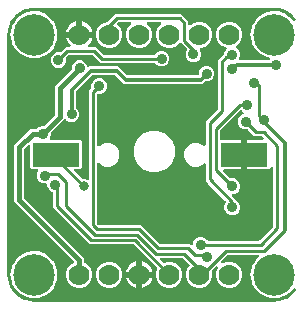
<source format=gbr>
G04 EAGLE Gerber RS-274X export*
G75*
%MOMM*%
%FSLAX34Y34*%
%LPD*%
%INBottom Copper*%
%IPPOS*%
%AMOC8*
5,1,8,0,0,1.08239X$1,22.5*%
G01*
%ADD10C,1.778000*%
%ADD11C,3.516000*%
%ADD12R,4.000000X2.000000*%
%ADD13C,0.906400*%
%ADD14C,0.254000*%
%ADD15C,0.304800*%
%ADD16C,0.889000*%
%ADD17C,0.406400*%
%ADD18C,0.806400*%

G36*
X228622Y2543D02*
X228622Y2543D01*
X228700Y2545D01*
X232077Y2810D01*
X232145Y2824D01*
X232214Y2829D01*
X232370Y2869D01*
X238794Y4956D01*
X238901Y5006D01*
X239012Y5050D01*
X239063Y5083D01*
X239082Y5091D01*
X239097Y5104D01*
X239148Y5136D01*
X244612Y9107D01*
X244699Y9188D01*
X244746Y9227D01*
X244752Y9231D01*
X244753Y9233D01*
X244791Y9264D01*
X244829Y9310D01*
X244844Y9324D01*
X244855Y9341D01*
X244893Y9387D01*
X246586Y11717D01*
X246599Y11741D01*
X246616Y11761D01*
X246675Y11879D01*
X246739Y11996D01*
X246746Y12022D01*
X246758Y12046D01*
X246785Y12175D01*
X246818Y12304D01*
X246818Y12331D01*
X246824Y12357D01*
X246818Y12489D01*
X246818Y12622D01*
X246812Y12648D01*
X246811Y12675D01*
X246772Y12801D01*
X246740Y12930D01*
X246727Y12954D01*
X246719Y12979D01*
X246650Y13092D01*
X246586Y13209D01*
X246568Y13228D01*
X246554Y13251D01*
X246460Y13344D01*
X246369Y13441D01*
X246346Y13455D01*
X246327Y13474D01*
X246213Y13540D01*
X246100Y13611D01*
X246075Y13620D01*
X246052Y13633D01*
X245924Y13669D01*
X245798Y13710D01*
X245772Y13712D01*
X245746Y13719D01*
X245613Y13722D01*
X245481Y13730D01*
X245455Y13725D01*
X245428Y13726D01*
X245298Y13696D01*
X245168Y13671D01*
X245144Y13660D01*
X245118Y13654D01*
X245001Y13592D01*
X244880Y13536D01*
X244860Y13519D01*
X244836Y13507D01*
X244710Y13407D01*
X241053Y10114D01*
X241041Y10100D01*
X241005Y10068D01*
X239710Y8773D01*
X239641Y8745D01*
X239524Y8678D01*
X239404Y8615D01*
X239377Y8594D01*
X239365Y8587D01*
X239350Y8572D01*
X239278Y8515D01*
X238666Y7965D01*
X234502Y6612D01*
X234483Y6603D01*
X234409Y6577D01*
X232501Y5787D01*
X232165Y5787D01*
X232047Y5772D01*
X231929Y5765D01*
X231870Y5750D01*
X231850Y5747D01*
X231831Y5740D01*
X231773Y5725D01*
X230704Y5378D01*
X226876Y5780D01*
X226858Y5780D01*
X226743Y5787D01*
X224699Y5787D01*
X224151Y6014D01*
X224052Y6041D01*
X223957Y6077D01*
X223865Y6092D01*
X223844Y6098D01*
X223831Y6098D01*
X223798Y6104D01*
X222379Y6253D01*
X219415Y7964D01*
X219413Y7965D01*
X219410Y7967D01*
X219266Y8038D01*
X217490Y8773D01*
X216893Y9370D01*
X216826Y9422D01*
X216765Y9483D01*
X216651Y9558D01*
X216642Y9565D01*
X216638Y9567D01*
X216631Y9572D01*
X215129Y10439D01*
X213339Y12903D01*
X213326Y12917D01*
X213316Y12933D01*
X213209Y13054D01*
X211973Y14290D01*
X211557Y15296D01*
X211522Y15356D01*
X211497Y15420D01*
X211411Y15556D01*
X210208Y17211D01*
X209647Y19849D01*
X209636Y19883D01*
X209631Y19919D01*
X209579Y20071D01*
X208987Y21499D01*
X208987Y22822D01*
X208981Y22874D01*
X208983Y22926D01*
X208960Y23086D01*
X208468Y25400D01*
X208960Y27714D01*
X208964Y27767D01*
X208977Y27817D01*
X208987Y27978D01*
X208987Y29301D01*
X209579Y30729D01*
X209588Y30763D01*
X209604Y30795D01*
X209647Y30951D01*
X210208Y33589D01*
X211411Y35244D01*
X211444Y35305D01*
X211486Y35360D01*
X211557Y35504D01*
X211973Y36510D01*
X213209Y37746D01*
X213221Y37761D01*
X213236Y37773D01*
X213339Y37897D01*
X215158Y40402D01*
X215178Y40437D01*
X215203Y40467D01*
X215254Y40576D01*
X215312Y40681D01*
X215322Y40719D01*
X215338Y40755D01*
X215361Y40872D01*
X215391Y40989D01*
X215391Y41029D01*
X215398Y41068D01*
X215391Y41187D01*
X215391Y41307D01*
X215381Y41345D01*
X215379Y41385D01*
X215342Y41499D01*
X215312Y41615D01*
X215293Y41650D01*
X215280Y41687D01*
X215216Y41789D01*
X215159Y41894D01*
X215132Y41923D01*
X215110Y41956D01*
X215023Y42038D01*
X214941Y42125D01*
X214908Y42147D01*
X214879Y42174D01*
X214774Y42232D01*
X214673Y42296D01*
X214635Y42308D01*
X214600Y42328D01*
X214484Y42357D01*
X214370Y42395D01*
X214331Y42397D01*
X214292Y42407D01*
X214132Y42417D01*
X189709Y42417D01*
X189611Y42405D01*
X189512Y42402D01*
X189453Y42385D01*
X189393Y42377D01*
X189301Y42341D01*
X189206Y42313D01*
X189154Y42283D01*
X189098Y42260D01*
X189018Y42202D01*
X188932Y42152D01*
X188857Y42086D01*
X188840Y42074D01*
X188833Y42064D01*
X188811Y42046D01*
X183896Y37130D01*
X183853Y37075D01*
X183803Y37027D01*
X183756Y36950D01*
X183701Y36879D01*
X183673Y36815D01*
X183637Y36756D01*
X183611Y36670D01*
X183575Y36587D01*
X183564Y36518D01*
X183543Y36452D01*
X183539Y36362D01*
X183525Y36273D01*
X183532Y36203D01*
X183528Y36134D01*
X183546Y36046D01*
X183555Y35957D01*
X183578Y35891D01*
X183593Y35822D01*
X183632Y35742D01*
X183662Y35657D01*
X183702Y35600D01*
X183732Y35537D01*
X183791Y35468D01*
X183841Y35394D01*
X183893Y35348D01*
X183939Y35295D01*
X184012Y35243D01*
X184079Y35184D01*
X184142Y35152D01*
X184199Y35112D01*
X184283Y35080D01*
X184363Y35039D01*
X184431Y35024D01*
X184496Y34999D01*
X184585Y34989D01*
X184673Y34969D01*
X184743Y34971D01*
X184812Y34964D01*
X184901Y34976D01*
X184991Y34979D01*
X185058Y34998D01*
X185127Y35008D01*
X185279Y35060D01*
X188327Y36323D01*
X192673Y36323D01*
X196687Y34660D01*
X199760Y31587D01*
X201423Y27573D01*
X201423Y23227D01*
X199760Y19213D01*
X196687Y16140D01*
X192673Y14477D01*
X188327Y14477D01*
X184313Y16140D01*
X181240Y19213D01*
X179577Y23227D01*
X179577Y27573D01*
X180840Y30621D01*
X180858Y30688D01*
X180886Y30752D01*
X180900Y30841D01*
X180924Y30927D01*
X180925Y30997D01*
X180936Y31066D01*
X180927Y31156D01*
X180929Y31245D01*
X180913Y31313D01*
X180906Y31383D01*
X180876Y31467D01*
X180855Y31555D01*
X180822Y31616D01*
X180798Y31682D01*
X180748Y31756D01*
X180706Y31836D01*
X180659Y31887D01*
X180620Y31945D01*
X180552Y32005D01*
X180492Y32071D01*
X180434Y32109D01*
X180381Y32156D01*
X180301Y32196D01*
X180226Y32246D01*
X180160Y32268D01*
X180098Y32300D01*
X180011Y32320D01*
X179925Y32349D01*
X179856Y32355D01*
X179788Y32370D01*
X179698Y32367D01*
X179608Y32374D01*
X179540Y32362D01*
X179470Y32360D01*
X179384Y32335D01*
X179295Y32320D01*
X179231Y32291D01*
X179164Y32272D01*
X179087Y32226D01*
X179005Y32189D01*
X178951Y32146D01*
X178890Y32110D01*
X178770Y32004D01*
X176129Y29363D01*
X176111Y29340D01*
X176089Y29321D01*
X176014Y29215D01*
X175934Y29112D01*
X175922Y29085D01*
X175905Y29061D01*
X175860Y28940D01*
X175808Y28820D01*
X175803Y28791D01*
X175793Y28763D01*
X175778Y28634D01*
X175758Y28506D01*
X175761Y28477D01*
X175757Y28447D01*
X175776Y28319D01*
X175788Y28189D01*
X175798Y28162D01*
X175802Y28132D01*
X175854Y27980D01*
X176023Y27573D01*
X176023Y23227D01*
X174360Y19213D01*
X171287Y16140D01*
X167273Y14477D01*
X162927Y14477D01*
X158913Y16140D01*
X155840Y19213D01*
X154177Y23227D01*
X154177Y27573D01*
X155840Y31587D01*
X156684Y32431D01*
X156756Y32525D01*
X156835Y32614D01*
X156854Y32650D01*
X156879Y32682D01*
X156926Y32791D01*
X156980Y32897D01*
X156989Y32937D01*
X157005Y32974D01*
X157024Y33092D01*
X157050Y33207D01*
X157048Y33248D01*
X157055Y33288D01*
X157044Y33406D01*
X157040Y33525D01*
X157029Y33564D01*
X157025Y33604D01*
X156985Y33717D01*
X156952Y33831D01*
X156931Y33866D01*
X156917Y33904D01*
X156850Y34002D01*
X156790Y34105D01*
X156750Y34150D01*
X156739Y34167D01*
X156723Y34180D01*
X156684Y34226D01*
X151404Y39506D01*
X151325Y39566D01*
X151253Y39634D01*
X151200Y39663D01*
X151152Y39700D01*
X151061Y39740D01*
X150975Y39788D01*
X150916Y39803D01*
X150861Y39827D01*
X150763Y39842D01*
X150667Y39867D01*
X150567Y39873D01*
X150546Y39877D01*
X150534Y39875D01*
X150506Y39877D01*
X132958Y39877D01*
X132820Y39860D01*
X132681Y39847D01*
X132662Y39840D01*
X132642Y39837D01*
X132513Y39786D01*
X132382Y39739D01*
X132365Y39728D01*
X132347Y39720D01*
X132234Y39639D01*
X132119Y39561D01*
X132106Y39545D01*
X132089Y39534D01*
X132000Y39426D01*
X131908Y39322D01*
X131899Y39304D01*
X131886Y39289D01*
X131827Y39163D01*
X131764Y39039D01*
X131759Y39019D01*
X131751Y39001D01*
X131725Y38864D01*
X131694Y38729D01*
X131695Y38708D01*
X131691Y38689D01*
X131700Y38550D01*
X131704Y38411D01*
X131710Y38391D01*
X131711Y38371D01*
X131754Y38239D01*
X131792Y38105D01*
X131803Y38088D01*
X131809Y38069D01*
X131883Y37951D01*
X131954Y37831D01*
X131972Y37810D01*
X131979Y37800D01*
X131994Y37786D01*
X132060Y37711D01*
X134043Y35728D01*
X134067Y35709D01*
X134086Y35687D01*
X134192Y35612D01*
X134294Y35533D01*
X134322Y35521D01*
X134346Y35504D01*
X134467Y35458D01*
X134586Y35406D01*
X134615Y35402D01*
X134643Y35391D01*
X134772Y35377D01*
X134900Y35356D01*
X134930Y35359D01*
X134959Y35356D01*
X135088Y35374D01*
X135217Y35386D01*
X135245Y35396D01*
X135274Y35400D01*
X135426Y35452D01*
X137527Y36323D01*
X141873Y36323D01*
X145887Y34660D01*
X148960Y31587D01*
X150623Y27573D01*
X150623Y23227D01*
X148960Y19213D01*
X145887Y16140D01*
X141873Y14477D01*
X137527Y14477D01*
X133513Y16140D01*
X130440Y19213D01*
X128777Y23227D01*
X128777Y27573D01*
X129648Y29674D01*
X129655Y29702D01*
X129669Y29728D01*
X129697Y29855D01*
X129731Y29980D01*
X129732Y30010D01*
X129738Y30039D01*
X129734Y30168D01*
X129737Y30298D01*
X129730Y30327D01*
X129729Y30357D01*
X129693Y30481D01*
X129662Y30608D01*
X129649Y30634D01*
X129640Y30662D01*
X129574Y30774D01*
X129514Y30889D01*
X129494Y30911D01*
X129479Y30936D01*
X129372Y31057D01*
X109494Y50936D01*
X109415Y50996D01*
X109343Y51064D01*
X109290Y51093D01*
X109242Y51130D01*
X109151Y51170D01*
X109065Y51218D01*
X109006Y51233D01*
X108951Y51257D01*
X108853Y51272D01*
X108757Y51297D01*
X108657Y51303D01*
X108636Y51307D01*
X108624Y51305D01*
X108596Y51307D01*
X72292Y51307D01*
X41147Y82452D01*
X41147Y94488D01*
X41144Y94518D01*
X41146Y94547D01*
X41124Y94675D01*
X41107Y94804D01*
X41097Y94831D01*
X41092Y94860D01*
X41038Y94979D01*
X40990Y95100D01*
X40973Y95123D01*
X40961Y95150D01*
X40880Y95252D01*
X40804Y95357D01*
X40781Y95376D01*
X40762Y95399D01*
X40659Y95477D01*
X40559Y95560D01*
X40532Y95572D01*
X40508Y95590D01*
X40364Y95661D01*
X39461Y96035D01*
X37615Y97881D01*
X36615Y100294D01*
X36615Y101386D01*
X36600Y101504D01*
X36593Y101623D01*
X36580Y101661D01*
X36575Y101702D01*
X36532Y101812D01*
X36495Y101925D01*
X36473Y101960D01*
X36458Y101997D01*
X36389Y102093D01*
X36325Y102194D01*
X36295Y102222D01*
X36272Y102255D01*
X36180Y102331D01*
X36093Y102412D01*
X36058Y102432D01*
X36027Y102457D01*
X35919Y102508D01*
X35815Y102566D01*
X35775Y102576D01*
X35739Y102593D01*
X35622Y102615D01*
X35507Y102645D01*
X35447Y102649D01*
X35427Y102653D01*
X35406Y102651D01*
X35346Y102655D01*
X32984Y102655D01*
X30571Y103655D01*
X28725Y105501D01*
X27725Y107914D01*
X27725Y110526D01*
X28754Y113010D01*
X28760Y113017D01*
X28769Y113036D01*
X28781Y113051D01*
X28837Y113180D01*
X28896Y113305D01*
X28900Y113325D01*
X28908Y113343D01*
X28930Y113481D01*
X28956Y113618D01*
X28955Y113637D01*
X28958Y113657D01*
X28945Y113796D01*
X28936Y113935D01*
X28930Y113954D01*
X28928Y113974D01*
X28881Y114105D01*
X28838Y114237D01*
X28827Y114254D01*
X28821Y114273D01*
X28742Y114388D01*
X28668Y114506D01*
X28653Y114520D01*
X28642Y114536D01*
X28538Y114629D01*
X28436Y114724D01*
X28419Y114734D01*
X28404Y114747D01*
X28280Y114810D01*
X28158Y114878D01*
X28138Y114883D01*
X28121Y114892D01*
X27984Y114922D01*
X27850Y114957D01*
X27822Y114959D01*
X27810Y114961D01*
X27790Y114961D01*
X27689Y114967D01*
X23258Y114967D01*
X22067Y116158D01*
X22067Y133905D01*
X22050Y134042D01*
X22037Y134181D01*
X22030Y134200D01*
X22027Y134220D01*
X21976Y134349D01*
X21929Y134480D01*
X21918Y134497D01*
X21910Y134516D01*
X21829Y134628D01*
X21751Y134743D01*
X21735Y134757D01*
X21724Y134773D01*
X21616Y134862D01*
X21512Y134954D01*
X21494Y134963D01*
X21479Y134976D01*
X21353Y135035D01*
X21229Y135098D01*
X21209Y135103D01*
X21191Y135112D01*
X21055Y135138D01*
X20919Y135168D01*
X20898Y135168D01*
X20879Y135171D01*
X20740Y135163D01*
X20601Y135158D01*
X20581Y135153D01*
X20561Y135152D01*
X20429Y135109D01*
X20295Y135070D01*
X20278Y135060D01*
X20259Y135054D01*
X20141Y134979D01*
X20021Y134909D01*
X20000Y134890D01*
X19990Y134883D01*
X19976Y134868D01*
X19901Y134802D01*
X17136Y132038D01*
X17076Y131960D01*
X17008Y131888D01*
X16979Y131835D01*
X16942Y131787D01*
X16902Y131696D01*
X16854Y131609D01*
X16839Y131551D01*
X16815Y131495D01*
X16800Y131397D01*
X16775Y131301D01*
X16769Y131201D01*
X16765Y131181D01*
X16767Y131169D01*
X16765Y131141D01*
X16765Y91109D01*
X16777Y91011D01*
X16780Y90912D01*
X16797Y90854D01*
X16805Y90794D01*
X16841Y90702D01*
X16869Y90607D01*
X16899Y90554D01*
X16922Y90498D01*
X16980Y90418D01*
X17030Y90333D01*
X17096Y90257D01*
X17108Y90241D01*
X17118Y90233D01*
X17136Y90212D01*
X67565Y39784D01*
X67565Y36387D01*
X67568Y36358D01*
X67566Y36328D01*
X67588Y36200D01*
X67605Y36072D01*
X67615Y36044D01*
X67620Y36015D01*
X67674Y35896D01*
X67722Y35776D01*
X67739Y35752D01*
X67751Y35725D01*
X67832Y35624D01*
X67908Y35519D01*
X67931Y35500D01*
X67950Y35477D01*
X68053Y35399D01*
X68153Y35316D01*
X68180Y35303D01*
X68204Y35285D01*
X68348Y35214D01*
X69687Y34660D01*
X72760Y31587D01*
X74423Y27573D01*
X74423Y23227D01*
X72760Y19213D01*
X69687Y16140D01*
X65673Y14477D01*
X61327Y14477D01*
X57313Y16140D01*
X54240Y19213D01*
X52577Y23227D01*
X52577Y27573D01*
X54240Y31587D01*
X57313Y34660D01*
X58301Y35069D01*
X58344Y35094D01*
X58391Y35110D01*
X58481Y35172D01*
X58577Y35227D01*
X58613Y35261D01*
X58654Y35289D01*
X58726Y35371D01*
X58805Y35448D01*
X58831Y35490D01*
X58864Y35527D01*
X58914Y35625D01*
X58972Y35719D01*
X58986Y35766D01*
X59009Y35811D01*
X59033Y35918D01*
X59065Y36023D01*
X59068Y36073D01*
X59078Y36121D01*
X59075Y36231D01*
X59080Y36341D01*
X59070Y36389D01*
X59069Y36439D01*
X59038Y36544D01*
X59016Y36652D01*
X58994Y36697D01*
X58980Y36744D01*
X58925Y36839D01*
X58876Y36938D01*
X58844Y36976D01*
X58819Y37018D01*
X58712Y37139D01*
X11388Y84464D01*
X8635Y87216D01*
X8635Y135034D01*
X22446Y148845D01*
X27275Y148845D01*
X27373Y148857D01*
X27472Y148860D01*
X27530Y148877D01*
X27591Y148885D01*
X27683Y148921D01*
X27778Y148949D01*
X27830Y148979D01*
X27886Y149002D01*
X27966Y149060D01*
X28052Y149110D01*
X28127Y149176D01*
X28144Y149188D01*
X28151Y149198D01*
X28173Y149216D01*
X29301Y150345D01*
X31714Y151345D01*
X33311Y151345D01*
X33409Y151357D01*
X33508Y151360D01*
X33566Y151377D01*
X33626Y151385D01*
X33718Y151421D01*
X33813Y151449D01*
X33865Y151479D01*
X33922Y151502D01*
X34002Y151560D01*
X34087Y151610D01*
X34163Y151676D01*
X34179Y151688D01*
X34187Y151698D01*
X34208Y151716D01*
X42554Y160062D01*
X42614Y160140D01*
X42682Y160212D01*
X42711Y160265D01*
X42748Y160313D01*
X42788Y160404D01*
X42836Y160491D01*
X42851Y160549D01*
X42875Y160605D01*
X42890Y160703D01*
X42915Y160799D01*
X42921Y160899D01*
X42925Y160919D01*
X42923Y160931D01*
X42925Y160959D01*
X42925Y185038D01*
X45678Y187790D01*
X45678Y187791D01*
X57048Y199161D01*
X57109Y199239D01*
X57177Y199311D01*
X57206Y199364D01*
X57243Y199412D01*
X57283Y199503D01*
X57331Y199590D01*
X57346Y199648D01*
X57370Y199704D01*
X57385Y199802D01*
X57410Y199898D01*
X57416Y199998D01*
X57420Y200018D01*
X57418Y200030D01*
X57420Y200058D01*
X57420Y201551D01*
X58406Y203931D01*
X60229Y205754D01*
X62609Y206740D01*
X65187Y206740D01*
X67567Y205754D01*
X69390Y203931D01*
X70142Y202114D01*
X70167Y202071D01*
X70184Y202024D01*
X70245Y201933D01*
X70300Y201838D01*
X70334Y201802D01*
X70362Y201761D01*
X70445Y201688D01*
X70521Y201609D01*
X70563Y201583D01*
X70601Y201551D01*
X70699Y201501D01*
X70792Y201443D01*
X70840Y201429D01*
X70884Y201406D01*
X70991Y201382D01*
X71096Y201350D01*
X71146Y201347D01*
X71194Y201336D01*
X71304Y201340D01*
X71414Y201334D01*
X71462Y201345D01*
X71512Y201346D01*
X71618Y201377D01*
X71725Y201399D01*
X71770Y201421D01*
X71818Y201434D01*
X71912Y201490D01*
X72011Y201538D01*
X72049Y201571D01*
X72092Y201596D01*
X72183Y201677D01*
X96723Y201677D01*
X103971Y194428D01*
X104050Y194368D01*
X104122Y194300D01*
X104175Y194271D01*
X104223Y194234D01*
X104314Y194194D01*
X104400Y194146D01*
X104459Y194131D01*
X104515Y194107D01*
X104613Y194092D01*
X104708Y194067D01*
X104808Y194061D01*
X104829Y194057D01*
X104841Y194059D01*
X104869Y194057D01*
X163616Y194057D01*
X163734Y194072D01*
X163853Y194079D01*
X163891Y194092D01*
X163932Y194097D01*
X164042Y194140D01*
X164155Y194177D01*
X164190Y194199D01*
X164227Y194214D01*
X164323Y194283D01*
X164424Y194347D01*
X164452Y194377D01*
X164485Y194400D01*
X164561Y194492D01*
X164642Y194579D01*
X164662Y194614D01*
X164687Y194645D01*
X164738Y194753D01*
X164796Y194857D01*
X164806Y194897D01*
X164823Y194933D01*
X164845Y195050D01*
X164875Y195165D01*
X164879Y195225D01*
X164883Y195245D01*
X164881Y195266D01*
X164885Y195326D01*
X164885Y196886D01*
X165885Y199299D01*
X167731Y201145D01*
X170144Y202145D01*
X172756Y202145D01*
X175169Y201145D01*
X177015Y199299D01*
X178015Y196886D01*
X178015Y194274D01*
X177015Y191861D01*
X175169Y190015D01*
X172756Y189015D01*
X170441Y189015D01*
X170343Y189003D01*
X170244Y189000D01*
X170186Y188983D01*
X170125Y188975D01*
X170033Y188939D01*
X169938Y188911D01*
X169886Y188881D01*
X169830Y188858D01*
X169750Y188800D01*
X169664Y188750D01*
X169589Y188684D01*
X169572Y188672D01*
X169565Y188662D01*
X169543Y188644D01*
X167843Y186943D01*
X101397Y186943D01*
X94149Y194192D01*
X94070Y194252D01*
X93998Y194320D01*
X93945Y194349D01*
X93897Y194386D01*
X93806Y194426D01*
X93720Y194474D01*
X93661Y194489D01*
X93605Y194513D01*
X93507Y194528D01*
X93412Y194553D01*
X93312Y194559D01*
X93291Y194563D01*
X93279Y194561D01*
X93251Y194563D01*
X75659Y194563D01*
X75561Y194551D01*
X75462Y194548D01*
X75404Y194531D01*
X75343Y194523D01*
X75251Y194487D01*
X75156Y194459D01*
X75104Y194429D01*
X75048Y194406D01*
X74968Y194348D01*
X74882Y194298D01*
X74807Y194232D01*
X74790Y194220D01*
X74783Y194210D01*
X74761Y194192D01*
X61078Y180509D01*
X61018Y180430D01*
X60950Y180358D01*
X60921Y180305D01*
X60884Y180257D01*
X60844Y180166D01*
X60796Y180080D01*
X60781Y180021D01*
X60757Y179965D01*
X60742Y179867D01*
X60717Y179772D01*
X60711Y179672D01*
X60707Y179651D01*
X60709Y179639D01*
X60707Y179611D01*
X60707Y167420D01*
X60719Y167322D01*
X60722Y167223D01*
X60739Y167164D01*
X60747Y167104D01*
X60783Y167012D01*
X60811Y166917D01*
X60841Y166865D01*
X60864Y166809D01*
X60922Y166729D01*
X60972Y166643D01*
X61038Y166568D01*
X61050Y166551D01*
X61060Y166544D01*
X61078Y166522D01*
X62642Y164959D01*
X63628Y162579D01*
X63628Y160001D01*
X62642Y157621D01*
X60819Y155798D01*
X58439Y154812D01*
X55861Y154812D01*
X53481Y155798D01*
X52531Y156748D01*
X52437Y156821D01*
X52348Y156900D01*
X52312Y156918D01*
X52280Y156943D01*
X52171Y156990D01*
X52065Y157044D01*
X52025Y157053D01*
X51988Y157069D01*
X51870Y157088D01*
X51754Y157114D01*
X51714Y157113D01*
X51674Y157119D01*
X51555Y157108D01*
X51437Y157104D01*
X51398Y157093D01*
X51357Y157089D01*
X51245Y157049D01*
X51131Y157016D01*
X51096Y156995D01*
X51058Y156982D01*
X50960Y156915D01*
X50857Y156854D01*
X50812Y156814D01*
X50795Y156803D01*
X50782Y156788D01*
X50736Y156748D01*
X39956Y145968D01*
X39896Y145890D01*
X39828Y145818D01*
X39799Y145765D01*
X39762Y145717D01*
X39722Y145626D01*
X39674Y145539D01*
X39659Y145481D01*
X39635Y145425D01*
X39620Y145327D01*
X39595Y145231D01*
X39589Y145131D01*
X39585Y145111D01*
X39587Y145099D01*
X39585Y145071D01*
X39585Y143474D01*
X38556Y140990D01*
X38550Y140983D01*
X38541Y140964D01*
X38529Y140949D01*
X38473Y140820D01*
X38414Y140695D01*
X38410Y140675D01*
X38402Y140657D01*
X38380Y140519D01*
X38354Y140382D01*
X38355Y140363D01*
X38352Y140343D01*
X38365Y140203D01*
X38374Y140065D01*
X38380Y140046D01*
X38382Y140026D01*
X38429Y139895D01*
X38472Y139763D01*
X38483Y139746D01*
X38489Y139727D01*
X38568Y139612D01*
X38642Y139494D01*
X38657Y139480D01*
X38668Y139464D01*
X38772Y139371D01*
X38874Y139276D01*
X38891Y139266D01*
X38906Y139253D01*
X39030Y139190D01*
X39152Y139122D01*
X39172Y139117D01*
X39189Y139108D01*
X39326Y139078D01*
X39460Y139043D01*
X39488Y139041D01*
X39500Y139039D01*
X39520Y139039D01*
X39621Y139033D01*
X64942Y139033D01*
X66133Y137842D01*
X66133Y116158D01*
X64942Y114967D01*
X60408Y114967D01*
X60270Y114950D01*
X60131Y114937D01*
X60112Y114930D01*
X60092Y114927D01*
X59963Y114876D01*
X59832Y114829D01*
X59815Y114818D01*
X59797Y114810D01*
X59684Y114729D01*
X59569Y114651D01*
X59556Y114635D01*
X59539Y114624D01*
X59450Y114516D01*
X59358Y114412D01*
X59349Y114394D01*
X59336Y114379D01*
X59277Y114253D01*
X59214Y114129D01*
X59209Y114109D01*
X59201Y114091D01*
X59175Y113955D01*
X59144Y113819D01*
X59145Y113798D01*
X59141Y113779D01*
X59150Y113640D01*
X59154Y113501D01*
X59160Y113481D01*
X59161Y113461D01*
X59204Y113329D01*
X59242Y113195D01*
X59253Y113178D01*
X59259Y113159D01*
X59333Y113041D01*
X59404Y112921D01*
X59422Y112900D01*
X59429Y112890D01*
X59444Y112876D01*
X59510Y112801D01*
X65544Y106766D01*
X65623Y106706D01*
X65695Y106638D01*
X65748Y106609D01*
X65796Y106572D01*
X65887Y106532D01*
X65973Y106484D01*
X66032Y106469D01*
X66087Y106445D01*
X66185Y106430D01*
X66281Y106405D01*
X66381Y106399D01*
X66402Y106395D01*
X66414Y106397D01*
X66442Y106395D01*
X68516Y106395D01*
X70174Y105708D01*
X70222Y105695D01*
X70267Y105674D01*
X70375Y105653D01*
X70481Y105624D01*
X70531Y105623D01*
X70579Y105614D01*
X70689Y105621D01*
X70799Y105619D01*
X70847Y105631D01*
X70897Y105634D01*
X71001Y105668D01*
X71108Y105693D01*
X71152Y105716D01*
X71199Y105732D01*
X71292Y105791D01*
X71389Y105842D01*
X71426Y105875D01*
X71468Y105902D01*
X71543Y105982D01*
X71624Y106056D01*
X71652Y106097D01*
X71686Y106134D01*
X71739Y106230D01*
X71799Y106322D01*
X71815Y106369D01*
X71839Y106412D01*
X71867Y106518D01*
X71902Y106622D01*
X71906Y106672D01*
X71919Y106720D01*
X71929Y106881D01*
X71929Y181406D01*
X73375Y182853D01*
X73436Y182931D01*
X73504Y183003D01*
X73533Y183056D01*
X73570Y183104D01*
X73610Y183195D01*
X73657Y183281D01*
X73672Y183340D01*
X73697Y183396D01*
X73712Y183494D01*
X73737Y183589D01*
X73743Y183689D01*
X73746Y183710D01*
X73745Y183722D01*
X73747Y183750D01*
X73747Y186424D01*
X74746Y188837D01*
X76593Y190684D01*
X79006Y191683D01*
X81618Y191683D01*
X84030Y190684D01*
X85877Y188837D01*
X86877Y186424D01*
X86877Y183812D01*
X85877Y181400D01*
X84030Y179553D01*
X81618Y178553D01*
X79804Y178553D01*
X79686Y178539D01*
X79567Y178531D01*
X79528Y178519D01*
X79488Y178514D01*
X79377Y178470D01*
X79264Y178433D01*
X79230Y178411D01*
X79193Y178397D01*
X79096Y178327D01*
X78996Y178263D01*
X78968Y178234D01*
X78935Y178210D01*
X78859Y178118D01*
X78778Y178031D01*
X78758Y177996D01*
X78732Y177965D01*
X78682Y177857D01*
X78624Y177753D01*
X78614Y177714D01*
X78597Y177677D01*
X78575Y177560D01*
X78545Y177445D01*
X78541Y177385D01*
X78537Y177365D01*
X78538Y177344D01*
X78535Y177284D01*
X78535Y135298D01*
X78552Y135160D01*
X78565Y135022D01*
X78572Y135003D01*
X78574Y134983D01*
X78625Y134854D01*
X78673Y134723D01*
X78684Y134706D01*
X78691Y134687D01*
X78773Y134575D01*
X78851Y134460D01*
X78866Y134446D01*
X78878Y134430D01*
X78986Y134341D01*
X79090Y134249D01*
X79108Y134240D01*
X79123Y134227D01*
X79249Y134168D01*
X79373Y134105D01*
X79393Y134100D01*
X79411Y134092D01*
X79547Y134065D01*
X79683Y134035D01*
X79703Y134036D01*
X79723Y134032D01*
X79862Y134040D01*
X80001Y134045D01*
X80021Y134050D01*
X80041Y134052D01*
X80173Y134094D01*
X80307Y134133D01*
X80324Y134143D01*
X80343Y134150D01*
X80461Y134224D01*
X80580Y134295D01*
X80601Y134313D01*
X80612Y134320D01*
X80626Y134335D01*
X80701Y134401D01*
X81812Y135512D01*
X85503Y137041D01*
X89497Y137041D01*
X93188Y135512D01*
X96012Y132688D01*
X97541Y128997D01*
X97541Y125003D01*
X96012Y121312D01*
X93188Y118488D01*
X89497Y116959D01*
X85503Y116959D01*
X81812Y118488D01*
X80701Y119599D01*
X80592Y119684D01*
X80484Y119773D01*
X80466Y119782D01*
X80450Y119794D01*
X80322Y119849D01*
X80197Y119908D01*
X80177Y119912D01*
X80158Y119920D01*
X80020Y119942D01*
X79884Y119968D01*
X79864Y119967D01*
X79844Y119970D01*
X79705Y119957D01*
X79567Y119948D01*
X79548Y119942D01*
X79527Y119940D01*
X79396Y119893D01*
X79264Y119850D01*
X79247Y119840D01*
X79228Y119833D01*
X79113Y119755D01*
X78996Y119680D01*
X78982Y119665D01*
X78965Y119654D01*
X78873Y119550D01*
X78778Y119449D01*
X78768Y119431D01*
X78755Y119416D01*
X78691Y119292D01*
X78624Y119170D01*
X78619Y119151D01*
X78610Y119132D01*
X78579Y118997D01*
X78545Y118862D01*
X78543Y118834D01*
X78540Y118822D01*
X78541Y118802D01*
X78535Y118702D01*
X78535Y69018D01*
X78547Y68920D01*
X78550Y68821D01*
X78567Y68762D01*
X78574Y68702D01*
X78611Y68610D01*
X78638Y68515D01*
X78669Y68463D01*
X78691Y68407D01*
X78750Y68327D01*
X78800Y68241D01*
X78866Y68166D01*
X78878Y68149D01*
X78888Y68141D01*
X78906Y68120D01*
X79598Y67428D01*
X79676Y67368D01*
X79748Y67300D01*
X79801Y67271D01*
X79849Y67234D01*
X79940Y67194D01*
X80027Y67146D01*
X80086Y67131D01*
X80141Y67107D01*
X80239Y67092D01*
X80335Y67067D01*
X80435Y67061D01*
X80455Y67057D01*
X80468Y67059D01*
X80496Y67057D01*
X115646Y67057D01*
X131276Y51426D01*
X131354Y51366D01*
X131426Y51298D01*
X131479Y51269D01*
X131527Y51232D01*
X131618Y51192D01*
X131705Y51144D01*
X131763Y51129D01*
X131819Y51105D01*
X131917Y51090D01*
X132013Y51065D01*
X132113Y51059D01*
X132133Y51055D01*
X132145Y51057D01*
X132173Y51055D01*
X157290Y51055D01*
X157639Y50706D01*
X157748Y50621D01*
X157855Y50532D01*
X157874Y50524D01*
X157890Y50511D01*
X158018Y50456D01*
X158143Y50397D01*
X158163Y50393D01*
X158182Y50385D01*
X158320Y50363D01*
X158456Y50337D01*
X158476Y50338D01*
X158496Y50335D01*
X158635Y50348D01*
X158773Y50357D01*
X158792Y50363D01*
X158812Y50365D01*
X158943Y50412D01*
X159075Y50455D01*
X159093Y50466D01*
X159112Y50473D01*
X159226Y50551D01*
X159344Y50625D01*
X159358Y50640D01*
X159375Y50651D01*
X159467Y50755D01*
X159562Y50857D01*
X159572Y50874D01*
X159585Y50890D01*
X159648Y51013D01*
X159716Y51135D01*
X159721Y51155D01*
X159730Y51173D01*
X159760Y51309D01*
X159795Y51443D01*
X159797Y51471D01*
X159800Y51483D01*
X159799Y51504D01*
X159805Y51604D01*
X159805Y52106D01*
X160805Y54519D01*
X162651Y56365D01*
X165064Y57365D01*
X167676Y57365D01*
X170089Y56365D01*
X171979Y54474D01*
X172058Y54414D01*
X172130Y54346D01*
X172183Y54317D01*
X172231Y54280D01*
X172322Y54240D01*
X172408Y54192D01*
X172467Y54177D01*
X172523Y54153D01*
X172621Y54138D01*
X172716Y54113D01*
X172816Y54107D01*
X172837Y54103D01*
X172849Y54105D01*
X172877Y54103D01*
X215276Y54103D01*
X215374Y54115D01*
X215473Y54118D01*
X215532Y54135D01*
X215592Y54143D01*
X215684Y54179D01*
X215779Y54207D01*
X215831Y54237D01*
X215887Y54260D01*
X215968Y54318D01*
X216053Y54368D01*
X216128Y54434D01*
X216145Y54446D01*
X216153Y54456D01*
X216174Y54474D01*
X227466Y65766D01*
X227526Y65845D01*
X227594Y65917D01*
X227623Y65970D01*
X227660Y66018D01*
X227700Y66109D01*
X227748Y66195D01*
X227763Y66254D01*
X227787Y66309D01*
X227802Y66407D01*
X227827Y66503D01*
X227833Y66603D01*
X227837Y66624D01*
X227835Y66636D01*
X227837Y66664D01*
X227837Y115595D01*
X227818Y115746D01*
X227801Y115898D01*
X227798Y115905D01*
X227797Y115911D01*
X227742Y116052D01*
X227687Y116195D01*
X227683Y116201D01*
X227680Y116207D01*
X227591Y116330D01*
X227502Y116455D01*
X227497Y116459D01*
X227494Y116464D01*
X227376Y116562D01*
X227260Y116660D01*
X227254Y116663D01*
X227249Y116667D01*
X227111Y116732D01*
X226973Y116798D01*
X226967Y116800D01*
X226961Y116802D01*
X226812Y116831D01*
X226662Y116861D01*
X226655Y116861D01*
X226649Y116862D01*
X226498Y116853D01*
X226344Y116845D01*
X226338Y116843D01*
X226331Y116842D01*
X226186Y116795D01*
X226040Y116750D01*
X226035Y116746D01*
X226029Y116744D01*
X225900Y116663D01*
X225770Y116582D01*
X225765Y116578D01*
X225760Y116574D01*
X225656Y116463D01*
X225550Y116353D01*
X225546Y116347D01*
X225542Y116343D01*
X225468Y116208D01*
X225393Y116076D01*
X225391Y116068D01*
X225388Y116064D01*
X225386Y116054D01*
X225383Y116047D01*
X225033Y115440D01*
X224560Y114967D01*
X223981Y114632D01*
X223334Y114459D01*
X205539Y114459D01*
X205539Y125730D01*
X205524Y125848D01*
X205517Y125967D01*
X205504Y126005D01*
X205499Y126045D01*
X205455Y126156D01*
X205419Y126269D01*
X205397Y126304D01*
X205382Y126341D01*
X205312Y126437D01*
X205249Y126538D01*
X205219Y126566D01*
X205195Y126598D01*
X205104Y126674D01*
X205017Y126756D01*
X204982Y126775D01*
X204950Y126801D01*
X204843Y126852D01*
X204739Y126909D01*
X204699Y126920D01*
X204663Y126937D01*
X204546Y126959D01*
X204431Y126989D01*
X204370Y126993D01*
X204350Y126997D01*
X204330Y126995D01*
X204270Y126999D01*
X201730Y126999D01*
X201612Y126984D01*
X201493Y126977D01*
X201455Y126964D01*
X201415Y126959D01*
X201304Y126915D01*
X201191Y126879D01*
X201156Y126857D01*
X201119Y126842D01*
X201023Y126772D01*
X200922Y126709D01*
X200894Y126679D01*
X200861Y126655D01*
X200786Y126564D01*
X200704Y126477D01*
X200684Y126442D01*
X200659Y126410D01*
X200608Y126303D01*
X200550Y126199D01*
X200540Y126159D01*
X200523Y126123D01*
X200501Y126006D01*
X200471Y125891D01*
X200467Y125830D01*
X200463Y125810D01*
X200465Y125790D01*
X200461Y125730D01*
X200461Y114459D01*
X186646Y114459D01*
X186508Y114442D01*
X186369Y114429D01*
X186350Y114422D01*
X186330Y114419D01*
X186201Y114368D01*
X186070Y114321D01*
X186053Y114310D01*
X186035Y114302D01*
X185922Y114221D01*
X185807Y114143D01*
X185794Y114127D01*
X185777Y114116D01*
X185688Y114008D01*
X185596Y113904D01*
X185587Y113886D01*
X185574Y113871D01*
X185515Y113745D01*
X185452Y113621D01*
X185447Y113601D01*
X185439Y113583D01*
X185413Y113447D01*
X185382Y113311D01*
X185383Y113290D01*
X185379Y113271D01*
X185388Y113132D01*
X185392Y112993D01*
X185398Y112973D01*
X185399Y112953D01*
X185442Y112821D01*
X185480Y112687D01*
X185491Y112670D01*
X185497Y112651D01*
X185572Y112533D01*
X185642Y112413D01*
X185660Y112392D01*
X185667Y112382D01*
X185682Y112368D01*
X185748Y112293D01*
X190774Y107266D01*
X190853Y107206D01*
X190925Y107138D01*
X190978Y107109D01*
X191026Y107072D01*
X191117Y107032D01*
X191203Y106984D01*
X191262Y106969D01*
X191317Y106945D01*
X191415Y106930D01*
X191511Y106905D01*
X191611Y106899D01*
X191632Y106895D01*
X191644Y106897D01*
X191672Y106895D01*
X194346Y106895D01*
X196759Y105895D01*
X198605Y104049D01*
X199605Y101636D01*
X199605Y99024D01*
X198605Y96611D01*
X196759Y94765D01*
X194346Y93765D01*
X193844Y93765D01*
X193706Y93748D01*
X193567Y93735D01*
X193548Y93728D01*
X193528Y93725D01*
X193399Y93674D01*
X193268Y93627D01*
X193251Y93616D01*
X193233Y93608D01*
X193120Y93527D01*
X193005Y93449D01*
X192992Y93433D01*
X192975Y93422D01*
X192886Y93314D01*
X192795Y93210D01*
X192785Y93192D01*
X192772Y93177D01*
X192713Y93051D01*
X192650Y92927D01*
X192645Y92907D01*
X192637Y92889D01*
X192611Y92753D01*
X192580Y92617D01*
X192581Y92596D01*
X192577Y92577D01*
X192586Y92438D01*
X192590Y92299D01*
X192596Y92279D01*
X192597Y92259D01*
X192640Y92127D01*
X192678Y91993D01*
X192689Y91976D01*
X192695Y91957D01*
X192769Y91839D01*
X192840Y91719D01*
X192859Y91698D01*
X192865Y91688D01*
X192880Y91674D01*
X192946Y91599D01*
X196018Y88527D01*
X196026Y88521D01*
X196031Y88514D01*
X196150Y88424D01*
X196270Y88332D01*
X196278Y88328D01*
X196286Y88322D01*
X196430Y88251D01*
X196759Y88115D01*
X198605Y86269D01*
X199605Y83856D01*
X199605Y81244D01*
X198605Y78831D01*
X196759Y76985D01*
X194346Y75985D01*
X191734Y75985D01*
X189321Y76985D01*
X187475Y78831D01*
X186475Y81244D01*
X186475Y83856D01*
X187571Y86502D01*
X187573Y86507D01*
X187604Y86568D01*
X187612Y86606D01*
X187628Y86643D01*
X187647Y86761D01*
X187673Y86878D01*
X187672Y86917D01*
X187678Y86957D01*
X187667Y87076D01*
X187664Y87196D01*
X187653Y87234D01*
X187649Y87273D01*
X187608Y87386D01*
X187575Y87501D01*
X187555Y87535D01*
X187542Y87573D01*
X187475Y87672D01*
X187414Y87775D01*
X187375Y87819D01*
X187364Y87836D01*
X187348Y87850D01*
X187307Y87896D01*
X172867Y102337D01*
X170560Y104643D01*
X170560Y118296D01*
X170543Y118434D01*
X170530Y118573D01*
X170523Y118592D01*
X170520Y118612D01*
X170469Y118741D01*
X170422Y118872D01*
X170411Y118889D01*
X170403Y118908D01*
X170322Y119020D01*
X170244Y119135D01*
X170228Y119148D01*
X170217Y119165D01*
X170109Y119254D01*
X170005Y119346D01*
X169987Y119355D01*
X169972Y119368D01*
X169846Y119427D01*
X169722Y119490D01*
X169702Y119495D01*
X169684Y119503D01*
X169547Y119529D01*
X169412Y119560D01*
X169391Y119559D01*
X169372Y119563D01*
X169233Y119554D01*
X169094Y119550D01*
X169074Y119544D01*
X169054Y119543D01*
X168922Y119501D01*
X168788Y119462D01*
X168771Y119451D01*
X168752Y119445D01*
X168634Y119371D01*
X168514Y119300D01*
X168493Y119282D01*
X168483Y119275D01*
X168469Y119260D01*
X168394Y119194D01*
X167688Y118488D01*
X163997Y116959D01*
X160003Y116959D01*
X156312Y118488D01*
X153488Y121312D01*
X151959Y125003D01*
X151959Y128997D01*
X153488Y132688D01*
X156312Y135512D01*
X160003Y137041D01*
X163997Y137041D01*
X167688Y135512D01*
X168394Y134806D01*
X168503Y134721D01*
X168610Y134632D01*
X168629Y134624D01*
X168645Y134611D01*
X168773Y134556D01*
X168898Y134497D01*
X168918Y134493D01*
X168937Y134485D01*
X169075Y134463D01*
X169211Y134437D01*
X169231Y134438D01*
X169251Y134435D01*
X169390Y134448D01*
X169528Y134457D01*
X169547Y134463D01*
X169567Y134465D01*
X169698Y134512D01*
X169830Y134555D01*
X169848Y134566D01*
X169867Y134572D01*
X169981Y134650D01*
X170099Y134725D01*
X170113Y134740D01*
X170130Y134751D01*
X170222Y134855D01*
X170317Y134957D01*
X170327Y134974D01*
X170340Y134989D01*
X170403Y135113D01*
X170471Y135235D01*
X170476Y135255D01*
X170485Y135273D01*
X170515Y135409D01*
X170550Y135543D01*
X170552Y135571D01*
X170555Y135583D01*
X170554Y135604D01*
X170560Y135704D01*
X170560Y154911D01*
X180476Y164826D01*
X180536Y164905D01*
X180604Y164977D01*
X180633Y165030D01*
X180670Y165078D01*
X180710Y165169D01*
X180758Y165255D01*
X180773Y165314D01*
X180797Y165369D01*
X180812Y165467D01*
X180837Y165563D01*
X180843Y165663D01*
X180847Y165684D01*
X180845Y165696D01*
X180847Y165724D01*
X180847Y207108D01*
X186104Y212364D01*
X186164Y212443D01*
X186232Y212515D01*
X186261Y212568D01*
X186298Y212616D01*
X186308Y212637D01*
X186374Y212773D01*
X186386Y212793D01*
X186389Y212807D01*
X187475Y215428D01*
X187972Y215925D01*
X188002Y215964D01*
X188039Y215998D01*
X188100Y216089D01*
X188167Y216176D01*
X188187Y216222D01*
X188214Y216263D01*
X188250Y216367D01*
X188293Y216468D01*
X188301Y216517D01*
X188317Y216564D01*
X188326Y216673D01*
X188343Y216782D01*
X188338Y216832D01*
X188342Y216881D01*
X188324Y216989D01*
X188313Y217099D01*
X188296Y217145D01*
X188288Y217194D01*
X188243Y217295D01*
X188206Y217398D01*
X188178Y217439D01*
X188157Y217484D01*
X188089Y217570D01*
X188027Y217661D01*
X187990Y217694D01*
X187959Y217733D01*
X187871Y217799D01*
X187789Y217872D01*
X187744Y217894D01*
X187705Y217924D01*
X187560Y217995D01*
X184313Y219340D01*
X181240Y222413D01*
X179577Y226427D01*
X179577Y230773D01*
X181240Y234787D01*
X184313Y237860D01*
X188327Y239523D01*
X192673Y239523D01*
X196687Y237860D01*
X199760Y234787D01*
X201423Y230773D01*
X201423Y226427D01*
X199760Y222413D01*
X196587Y219240D01*
X196514Y219146D01*
X196436Y219057D01*
X196417Y219021D01*
X196393Y218989D01*
X196345Y218880D01*
X196291Y218774D01*
X196282Y218734D01*
X196266Y218697D01*
X196248Y218580D01*
X196221Y218464D01*
X196223Y218423D01*
X196216Y218383D01*
X196228Y218265D01*
X196231Y218146D01*
X196242Y218107D01*
X196246Y218067D01*
X196286Y217954D01*
X196320Y217840D01*
X196340Y217805D01*
X196354Y217767D01*
X196421Y217669D01*
X196481Y217566D01*
X196521Y217521D01*
X196532Y217504D01*
X196548Y217491D01*
X196587Y217445D01*
X198605Y215428D01*
X199605Y213015D01*
X199605Y210403D01*
X198821Y208512D01*
X198808Y208464D01*
X198787Y208419D01*
X198766Y208311D01*
X198737Y208205D01*
X198737Y208155D01*
X198727Y208106D01*
X198734Y207997D01*
X198732Y207887D01*
X198744Y207839D01*
X198747Y207789D01*
X198781Y207685D01*
X198806Y207578D01*
X198830Y207534D01*
X198845Y207487D01*
X198904Y207394D01*
X198955Y207297D01*
X198989Y207260D01*
X199015Y207218D01*
X199095Y207143D01*
X199169Y207061D01*
X199211Y207034D01*
X199247Y207000D01*
X199343Y206947D01*
X199435Y206887D01*
X199482Y206870D01*
X199525Y206846D01*
X199632Y206819D01*
X199736Y206783D01*
X199785Y206779D01*
X199833Y206767D01*
X199994Y206757D01*
X223703Y206757D01*
X223772Y206765D01*
X223842Y206764D01*
X223929Y206785D01*
X224018Y206797D01*
X224083Y206822D01*
X224151Y206839D01*
X224231Y206881D01*
X224314Y206914D01*
X224370Y206955D01*
X224432Y206987D01*
X224499Y207048D01*
X224571Y207100D01*
X224616Y207154D01*
X224668Y207201D01*
X224717Y207276D01*
X224774Y207345D01*
X224804Y207409D01*
X224842Y207467D01*
X224872Y207552D01*
X224910Y207633D01*
X224923Y207702D01*
X224946Y207768D01*
X224953Y207857D01*
X224970Y207945D01*
X224965Y208015D01*
X224971Y208085D01*
X224955Y208173D01*
X224950Y208263D01*
X224928Y208329D01*
X224916Y208398D01*
X224879Y208480D01*
X224852Y208565D01*
X224814Y208624D01*
X224786Y208688D01*
X224730Y208758D01*
X224682Y208834D01*
X224631Y208882D01*
X224587Y208936D01*
X224515Y208991D01*
X224450Y209052D01*
X224389Y209086D01*
X224333Y209128D01*
X224189Y209199D01*
X224151Y209214D01*
X224052Y209241D01*
X223957Y209277D01*
X223865Y209293D01*
X223844Y209298D01*
X223831Y209298D01*
X223798Y209304D01*
X222379Y209453D01*
X219415Y211164D01*
X219413Y211165D01*
X219410Y211167D01*
X219266Y211238D01*
X217490Y211973D01*
X216893Y212570D01*
X216826Y212622D01*
X216765Y212683D01*
X216651Y212758D01*
X216642Y212765D01*
X216638Y212767D01*
X216631Y212772D01*
X215129Y213639D01*
X213339Y216103D01*
X213326Y216117D01*
X213316Y216133D01*
X213209Y216254D01*
X211973Y217490D01*
X211557Y218496D01*
X211522Y218556D01*
X211497Y218620D01*
X211411Y218756D01*
X210208Y220411D01*
X209647Y223049D01*
X209636Y223083D01*
X209631Y223119D01*
X209579Y223271D01*
X208987Y224699D01*
X208987Y226022D01*
X208981Y226074D01*
X208983Y226126D01*
X208960Y226286D01*
X208468Y228600D01*
X208960Y230914D01*
X208964Y230967D01*
X208977Y231017D01*
X208987Y231178D01*
X208987Y232501D01*
X209579Y233929D01*
X209588Y233963D01*
X209604Y233995D01*
X209647Y234151D01*
X210208Y236789D01*
X211411Y238444D01*
X211444Y238505D01*
X211486Y238560D01*
X211557Y238704D01*
X211973Y239710D01*
X213209Y240946D01*
X213221Y240961D01*
X213236Y240973D01*
X213339Y241097D01*
X215129Y243561D01*
X216631Y244428D01*
X216699Y244480D01*
X216773Y244524D01*
X216875Y244614D01*
X216884Y244621D01*
X216887Y244624D01*
X216893Y244630D01*
X217490Y245227D01*
X219266Y245962D01*
X219268Y245964D01*
X219271Y245964D01*
X219415Y246036D01*
X222379Y247747D01*
X223798Y247896D01*
X223898Y247920D01*
X223999Y247934D01*
X224087Y247964D01*
X224108Y247969D01*
X224120Y247975D01*
X224151Y247986D01*
X224699Y248213D01*
X226743Y248213D01*
X226760Y248215D01*
X226876Y248220D01*
X230704Y248622D01*
X231773Y248275D01*
X231890Y248253D01*
X232005Y248223D01*
X232065Y248219D01*
X232085Y248215D01*
X232106Y248217D01*
X232165Y248213D01*
X232501Y248213D01*
X234409Y247423D01*
X234430Y247417D01*
X234503Y247388D01*
X238666Y246035D01*
X239278Y245485D01*
X239389Y245407D01*
X239497Y245326D01*
X239527Y245311D01*
X239539Y245303D01*
X239559Y245296D01*
X239641Y245255D01*
X239710Y245227D01*
X241005Y243932D01*
X241019Y243921D01*
X241053Y243886D01*
X244710Y240593D01*
X244732Y240578D01*
X244750Y240559D01*
X244862Y240487D01*
X244971Y240412D01*
X244996Y240403D01*
X245019Y240388D01*
X245145Y240347D01*
X245269Y240301D01*
X245296Y240298D01*
X245321Y240290D01*
X245454Y240282D01*
X245585Y240268D01*
X245612Y240272D01*
X245638Y240270D01*
X245769Y240295D01*
X245900Y240314D01*
X245924Y240324D01*
X245951Y240329D01*
X246071Y240386D01*
X246193Y240437D01*
X246214Y240453D01*
X246239Y240465D01*
X246341Y240549D01*
X246447Y240629D01*
X246463Y240650D01*
X246484Y240667D01*
X246562Y240774D01*
X246644Y240878D01*
X246655Y240903D01*
X246671Y240924D01*
X246720Y241047D01*
X246774Y241169D01*
X246778Y241195D01*
X246788Y241220D01*
X246805Y241351D01*
X246827Y241482D01*
X246825Y241509D01*
X246828Y241535D01*
X246812Y241667D01*
X246801Y241799D01*
X246792Y241824D01*
X246789Y241851D01*
X246740Y241975D01*
X246697Y242100D01*
X246682Y242122D01*
X246672Y242147D01*
X246586Y242283D01*
X244893Y244613D01*
X244812Y244699D01*
X244736Y244791D01*
X244690Y244829D01*
X244676Y244844D01*
X244658Y244855D01*
X244612Y244893D01*
X239148Y248864D01*
X239044Y248921D01*
X238944Y248985D01*
X238887Y249007D01*
X238869Y249017D01*
X238849Y249022D01*
X238794Y249044D01*
X232370Y251131D01*
X232302Y251144D01*
X232236Y251167D01*
X232077Y251190D01*
X228700Y251455D01*
X228678Y251454D01*
X228600Y251459D01*
X25400Y251459D01*
X25378Y251457D01*
X25300Y251455D01*
X21923Y251190D01*
X21855Y251176D01*
X21786Y251171D01*
X21630Y251131D01*
X18892Y250241D01*
X18867Y250230D01*
X18841Y250224D01*
X18724Y250163D01*
X18604Y250106D01*
X18583Y250089D01*
X18560Y250077D01*
X18462Y249989D01*
X18445Y249988D01*
X18418Y249993D01*
X18286Y249985D01*
X18153Y249983D01*
X18128Y249975D01*
X18101Y249974D01*
X17945Y249934D01*
X15206Y249044D01*
X15099Y248994D01*
X14988Y248950D01*
X14937Y248917D01*
X14918Y248909D01*
X14903Y248896D01*
X14852Y248864D01*
X9388Y244893D01*
X9301Y244812D01*
X9209Y244736D01*
X9171Y244690D01*
X9156Y244676D01*
X9145Y244658D01*
X9107Y244612D01*
X5136Y239148D01*
X5079Y239044D01*
X5015Y238944D01*
X4993Y238887D01*
X4983Y238869D01*
X4978Y238849D01*
X4956Y238794D01*
X2869Y232370D01*
X2856Y232302D01*
X2833Y232236D01*
X2810Y232077D01*
X2545Y228700D01*
X2546Y228678D01*
X2541Y228600D01*
X2541Y25400D01*
X2543Y25378D01*
X2545Y25300D01*
X2810Y21923D01*
X2824Y21855D01*
X2829Y21786D01*
X2869Y21630D01*
X4956Y15206D01*
X5006Y15099D01*
X5050Y14988D01*
X5083Y14937D01*
X5091Y14918D01*
X5104Y14903D01*
X5136Y14852D01*
X9107Y9388D01*
X9127Y9366D01*
X9138Y9348D01*
X9184Y9305D01*
X9188Y9301D01*
X9264Y9209D01*
X9310Y9171D01*
X9324Y9156D01*
X9342Y9145D01*
X9388Y9107D01*
X14852Y5136D01*
X14956Y5079D01*
X15056Y5015D01*
X15113Y4993D01*
X15131Y4983D01*
X15151Y4978D01*
X15206Y4956D01*
X17945Y4066D01*
X17971Y4061D01*
X17996Y4051D01*
X18127Y4031D01*
X18257Y4006D01*
X18284Y4008D01*
X18310Y4004D01*
X18441Y4018D01*
X18455Y4008D01*
X18474Y3989D01*
X18585Y3917D01*
X18694Y3842D01*
X18719Y3832D01*
X18742Y3818D01*
X18892Y3759D01*
X21630Y2869D01*
X21698Y2856D01*
X21764Y2833D01*
X21923Y2810D01*
X25300Y2545D01*
X25322Y2546D01*
X25400Y2541D01*
X228600Y2541D01*
X228622Y2543D01*
G37*
%LPC*%
G36*
X158928Y205311D02*
X158928Y205311D01*
X156515Y206311D01*
X154669Y208157D01*
X153669Y210570D01*
X153669Y213182D01*
X154633Y215508D01*
X154641Y215537D01*
X154654Y215563D01*
X154683Y215690D01*
X154717Y215815D01*
X154717Y215844D01*
X154724Y215873D01*
X154720Y216003D01*
X154722Y216133D01*
X154715Y216162D01*
X154714Y216191D01*
X154678Y216316D01*
X154648Y216442D01*
X154634Y216468D01*
X154626Y216497D01*
X154560Y216609D01*
X154499Y216723D01*
X154479Y216745D01*
X154464Y216771D01*
X154358Y216891D01*
X149796Y221454D01*
X149701Y221527D01*
X149612Y221605D01*
X149576Y221624D01*
X149544Y221649D01*
X149435Y221696D01*
X149329Y221750D01*
X149290Y221759D01*
X149253Y221775D01*
X149135Y221794D01*
X149019Y221820D01*
X148978Y221818D01*
X148938Y221825D01*
X148820Y221814D01*
X148701Y221810D01*
X148662Y221799D01*
X148622Y221795D01*
X148510Y221755D01*
X148395Y221722D01*
X148361Y221701D01*
X148323Y221687D01*
X148224Y221620D01*
X148121Y221560D01*
X148076Y221520D01*
X148059Y221509D01*
X148046Y221493D01*
X148001Y221454D01*
X145887Y219340D01*
X141873Y217677D01*
X137527Y217677D01*
X133513Y219340D01*
X130440Y222413D01*
X128777Y226427D01*
X128777Y230773D01*
X130440Y234787D01*
X132753Y237101D01*
X132839Y237210D01*
X132927Y237317D01*
X132936Y237336D01*
X132948Y237352D01*
X133004Y237480D01*
X133063Y237605D01*
X133067Y237625D01*
X133075Y237644D01*
X133097Y237782D01*
X133123Y237918D01*
X133121Y237938D01*
X133125Y237958D01*
X133112Y238097D01*
X133103Y238235D01*
X133097Y238254D01*
X133095Y238274D01*
X133048Y238406D01*
X133005Y238537D01*
X132994Y238555D01*
X132987Y238574D01*
X132909Y238689D01*
X132835Y238806D01*
X132820Y238820D01*
X132809Y238837D01*
X132704Y238929D01*
X132603Y239024D01*
X132585Y239034D01*
X132570Y239047D01*
X132446Y239111D01*
X132325Y239178D01*
X132305Y239183D01*
X132287Y239192D01*
X132151Y239222D01*
X132017Y239257D01*
X131989Y239259D01*
X131977Y239262D01*
X131956Y239261D01*
X131856Y239267D01*
X122144Y239267D01*
X122007Y239250D01*
X121868Y239237D01*
X121849Y239230D01*
X121828Y239227D01*
X121700Y239176D01*
X121568Y239129D01*
X121552Y239118D01*
X121533Y239110D01*
X121420Y239029D01*
X121305Y238951D01*
X121292Y238935D01*
X121275Y238924D01*
X121187Y238816D01*
X121095Y238712D01*
X121086Y238694D01*
X121073Y238679D01*
X121013Y238553D01*
X120950Y238429D01*
X120946Y238409D01*
X120937Y238391D01*
X120911Y238255D01*
X120881Y238119D01*
X120881Y238098D01*
X120877Y238079D01*
X120886Y237940D01*
X120890Y237801D01*
X120896Y237781D01*
X120897Y237761D01*
X120940Y237629D01*
X120979Y237495D01*
X120989Y237478D01*
X120995Y237459D01*
X121070Y237341D01*
X121140Y237221D01*
X121159Y237200D01*
X121165Y237190D01*
X121180Y237176D01*
X121247Y237101D01*
X123560Y234787D01*
X125223Y230773D01*
X125223Y226427D01*
X123560Y222413D01*
X120487Y219340D01*
X116473Y217677D01*
X112127Y217677D01*
X108113Y219340D01*
X105040Y222413D01*
X103377Y226427D01*
X103377Y230773D01*
X105040Y234787D01*
X107353Y237101D01*
X107439Y237210D01*
X107527Y237317D01*
X107536Y237336D01*
X107548Y237352D01*
X107604Y237480D01*
X107663Y237605D01*
X107667Y237625D01*
X107675Y237644D01*
X107697Y237782D01*
X107723Y237918D01*
X107721Y237938D01*
X107725Y237958D01*
X107712Y238097D01*
X107703Y238235D01*
X107697Y238254D01*
X107695Y238274D01*
X107648Y238406D01*
X107605Y238537D01*
X107594Y238555D01*
X107587Y238574D01*
X107509Y238689D01*
X107435Y238806D01*
X107420Y238820D01*
X107409Y238837D01*
X107304Y238929D01*
X107203Y239024D01*
X107185Y239034D01*
X107170Y239047D01*
X107046Y239111D01*
X106925Y239178D01*
X106905Y239183D01*
X106887Y239192D01*
X106751Y239222D01*
X106617Y239257D01*
X106589Y239259D01*
X106577Y239262D01*
X106556Y239261D01*
X106456Y239267D01*
X97144Y239267D01*
X97046Y239255D01*
X96947Y239252D01*
X96888Y239235D01*
X96828Y239227D01*
X96736Y239191D01*
X96641Y239164D01*
X96589Y239133D01*
X96533Y239110D01*
X96453Y239052D01*
X96367Y239002D01*
X96292Y238936D01*
X96275Y238924D01*
X96267Y238914D01*
X96246Y238896D01*
X96046Y238696D01*
X95973Y238602D01*
X95895Y238512D01*
X95876Y238476D01*
X95852Y238444D01*
X95804Y238335D01*
X95750Y238229D01*
X95741Y238190D01*
X95725Y238153D01*
X95706Y238035D01*
X95680Y237919D01*
X95682Y237878D01*
X95675Y237839D01*
X95686Y237720D01*
X95690Y237601D01*
X95701Y237562D01*
X95705Y237522D01*
X95745Y237410D01*
X95778Y237295D01*
X95799Y237261D01*
X95813Y237223D01*
X95880Y237124D01*
X95940Y237021D01*
X95980Y236976D01*
X95991Y236959D01*
X96007Y236946D01*
X96046Y236901D01*
X98160Y234787D01*
X99823Y230773D01*
X99823Y226427D01*
X98160Y222413D01*
X95087Y219340D01*
X91073Y217677D01*
X86727Y217677D01*
X82713Y219340D01*
X79640Y222413D01*
X77977Y226427D01*
X77977Y230773D01*
X79640Y234787D01*
X82713Y237860D01*
X86727Y239523D01*
X87006Y239523D01*
X87104Y239535D01*
X87203Y239538D01*
X87262Y239555D01*
X87322Y239563D01*
X87414Y239599D01*
X87509Y239627D01*
X87561Y239657D01*
X87617Y239680D01*
X87698Y239738D01*
X87783Y239788D01*
X87858Y239854D01*
X87875Y239866D01*
X87883Y239876D01*
X87904Y239894D01*
X91576Y243566D01*
X93882Y245873D01*
X149958Y245873D01*
X155703Y240128D01*
X155703Y237714D01*
X155720Y237576D01*
X155733Y237438D01*
X155740Y237419D01*
X155743Y237398D01*
X155794Y237269D01*
X155841Y237138D01*
X155852Y237122D01*
X155860Y237103D01*
X155941Y236991D01*
X156019Y236875D01*
X156035Y236862D01*
X156046Y236845D01*
X156154Y236756D01*
X156258Y236665D01*
X156276Y236656D01*
X156291Y236643D01*
X156417Y236583D01*
X156541Y236520D01*
X156561Y236516D01*
X156579Y236507D01*
X156716Y236481D01*
X156851Y236451D01*
X156872Y236451D01*
X156891Y236447D01*
X157030Y236456D01*
X157169Y236460D01*
X157189Y236466D01*
X157209Y236467D01*
X157341Y236510D01*
X157475Y236549D01*
X157492Y236559D01*
X157511Y236565D01*
X157629Y236640D01*
X157749Y236710D01*
X157770Y236729D01*
X157780Y236735D01*
X157794Y236750D01*
X157869Y236817D01*
X158913Y237860D01*
X162927Y239523D01*
X167273Y239523D01*
X171287Y237860D01*
X174360Y234787D01*
X176023Y230773D01*
X176023Y226427D01*
X174360Y222413D01*
X171287Y219340D01*
X167273Y217677D01*
X166781Y217677D01*
X166643Y217660D01*
X166504Y217647D01*
X166485Y217640D01*
X166465Y217637D01*
X166336Y217586D01*
X166205Y217539D01*
X166188Y217528D01*
X166170Y217520D01*
X166057Y217439D01*
X165942Y217360D01*
X165929Y217345D01*
X165912Y217334D01*
X165824Y217227D01*
X165732Y217122D01*
X165722Y217104D01*
X165710Y217089D01*
X165650Y216963D01*
X165587Y216839D01*
X165583Y216819D01*
X165574Y216801D01*
X165548Y216665D01*
X165517Y216528D01*
X165518Y216508D01*
X165514Y216489D01*
X165523Y216350D01*
X165527Y216211D01*
X165533Y216191D01*
X165534Y216171D01*
X165577Y216039D01*
X165616Y215905D01*
X165626Y215888D01*
X165632Y215869D01*
X165707Y215751D01*
X165777Y215631D01*
X165790Y215616D01*
X166799Y213182D01*
X166799Y210570D01*
X165799Y208157D01*
X163953Y206311D01*
X161540Y205311D01*
X158928Y205311D01*
G37*
%LPD*%
%LPC*%
G36*
X23676Y5780D02*
X23676Y5780D01*
X23658Y5780D01*
X23543Y5787D01*
X21499Y5787D01*
X20951Y6014D01*
X20852Y6041D01*
X20757Y6077D01*
X20665Y6092D01*
X20644Y6098D01*
X20631Y6098D01*
X20598Y6104D01*
X19416Y6228D01*
X19390Y6227D01*
X19364Y6232D01*
X19231Y6224D01*
X19173Y6223D01*
X19147Y6250D01*
X19125Y6265D01*
X19106Y6283D01*
X18972Y6372D01*
X16215Y7964D01*
X16213Y7965D01*
X16210Y7967D01*
X16066Y8038D01*
X14290Y8773D01*
X13693Y9370D01*
X13626Y9422D01*
X13565Y9483D01*
X13451Y9558D01*
X13442Y9565D01*
X13438Y9567D01*
X13431Y9572D01*
X11929Y10439D01*
X10139Y12903D01*
X10126Y12917D01*
X10116Y12933D01*
X10009Y13054D01*
X8773Y14290D01*
X8357Y15296D01*
X8322Y15356D01*
X8297Y15420D01*
X8211Y15556D01*
X7008Y17211D01*
X6447Y19849D01*
X6436Y19883D01*
X6431Y19919D01*
X6379Y20071D01*
X5787Y21499D01*
X5787Y22822D01*
X5781Y22874D01*
X5783Y22926D01*
X5760Y23086D01*
X5268Y25400D01*
X5760Y27714D01*
X5764Y27767D01*
X5777Y27817D01*
X5787Y27978D01*
X5787Y29301D01*
X6379Y30729D01*
X6388Y30763D01*
X6404Y30795D01*
X6447Y30951D01*
X7008Y33589D01*
X8211Y35244D01*
X8244Y35305D01*
X8286Y35360D01*
X8357Y35504D01*
X8773Y36510D01*
X10009Y37746D01*
X10021Y37761D01*
X10036Y37773D01*
X10139Y37897D01*
X11929Y40361D01*
X13431Y41228D01*
X13499Y41280D01*
X13573Y41324D01*
X13675Y41414D01*
X13684Y41421D01*
X13687Y41424D01*
X13693Y41430D01*
X14290Y42027D01*
X16066Y42762D01*
X16068Y42764D01*
X16071Y42764D01*
X16215Y42836D01*
X19179Y44547D01*
X20598Y44696D01*
X20698Y44720D01*
X20799Y44734D01*
X20887Y44764D01*
X20908Y44769D01*
X20920Y44775D01*
X20951Y44786D01*
X21499Y45013D01*
X23543Y45013D01*
X23560Y45015D01*
X23676Y45020D01*
X27504Y45422D01*
X28573Y45075D01*
X28690Y45053D01*
X28805Y45023D01*
X28865Y45019D01*
X28885Y45015D01*
X28906Y45017D01*
X28965Y45013D01*
X29301Y45013D01*
X31209Y44223D01*
X31230Y44217D01*
X31303Y44188D01*
X35466Y42835D01*
X36078Y42285D01*
X36189Y42207D01*
X36297Y42126D01*
X36327Y42111D01*
X36339Y42103D01*
X36359Y42096D01*
X36441Y42055D01*
X36510Y42027D01*
X37805Y40732D01*
X37819Y40721D01*
X37853Y40686D01*
X41687Y37234D01*
X41900Y36756D01*
X41979Y36626D01*
X42250Y35971D01*
X42255Y35963D01*
X42263Y35941D01*
X45092Y29586D01*
X45092Y21214D01*
X42263Y14859D01*
X42260Y14849D01*
X42250Y14829D01*
X41994Y14211D01*
X41975Y14187D01*
X41970Y14179D01*
X41968Y14175D01*
X41963Y14164D01*
X41900Y14044D01*
X41687Y13566D01*
X37853Y10114D01*
X37841Y10100D01*
X37805Y10068D01*
X36510Y8773D01*
X36441Y8745D01*
X36324Y8678D01*
X36204Y8615D01*
X36177Y8594D01*
X36165Y8587D01*
X36150Y8572D01*
X36078Y8515D01*
X35466Y7965D01*
X31302Y6612D01*
X31283Y6603D01*
X31209Y6577D01*
X29301Y5787D01*
X28965Y5787D01*
X28847Y5772D01*
X28729Y5765D01*
X28670Y5750D01*
X28650Y5747D01*
X28631Y5740D01*
X28573Y5725D01*
X27504Y5378D01*
X23676Y5780D01*
G37*
%LPD*%
%LPC*%
G36*
X23676Y208980D02*
X23676Y208980D01*
X23658Y208980D01*
X23543Y208987D01*
X21499Y208987D01*
X20951Y209214D01*
X20852Y209241D01*
X20757Y209277D01*
X20665Y209292D01*
X20644Y209298D01*
X20631Y209298D01*
X20598Y209304D01*
X19179Y209453D01*
X16215Y211164D01*
X16213Y211165D01*
X16210Y211167D01*
X16066Y211238D01*
X14290Y211973D01*
X13693Y212570D01*
X13626Y212622D01*
X13565Y212683D01*
X13451Y212758D01*
X13442Y212765D01*
X13438Y212767D01*
X13431Y212772D01*
X11929Y213639D01*
X10139Y216103D01*
X10126Y216117D01*
X10116Y216133D01*
X10009Y216254D01*
X8773Y217490D01*
X8357Y218496D01*
X8322Y218556D01*
X8297Y218620D01*
X8211Y218756D01*
X7008Y220411D01*
X6447Y223049D01*
X6436Y223083D01*
X6431Y223119D01*
X6379Y223271D01*
X5787Y224699D01*
X5787Y226022D01*
X5781Y226074D01*
X5783Y226126D01*
X5760Y226286D01*
X5268Y228600D01*
X5760Y230914D01*
X5764Y230967D01*
X5777Y231017D01*
X5787Y231178D01*
X5787Y232501D01*
X6379Y233929D01*
X6388Y233963D01*
X6404Y233995D01*
X6447Y234151D01*
X7008Y236789D01*
X8211Y238444D01*
X8244Y238505D01*
X8286Y238560D01*
X8357Y238704D01*
X8773Y239710D01*
X10009Y240946D01*
X10021Y240961D01*
X10036Y240973D01*
X10139Y241097D01*
X11929Y243561D01*
X13431Y244428D01*
X13499Y244480D01*
X13573Y244524D01*
X13675Y244614D01*
X13684Y244621D01*
X13687Y244624D01*
X13693Y244630D01*
X14290Y245227D01*
X16066Y245962D01*
X16068Y245964D01*
X16071Y245964D01*
X16215Y246036D01*
X18972Y247628D01*
X18993Y247644D01*
X19017Y247655D01*
X19119Y247740D01*
X19166Y247775D01*
X19203Y247768D01*
X19229Y247769D01*
X19256Y247765D01*
X19416Y247772D01*
X20598Y247896D01*
X20698Y247920D01*
X20799Y247934D01*
X20887Y247964D01*
X20908Y247969D01*
X20920Y247975D01*
X20951Y247986D01*
X21499Y248213D01*
X23543Y248213D01*
X23560Y248215D01*
X23676Y248220D01*
X27504Y248622D01*
X28573Y248275D01*
X28690Y248253D01*
X28805Y248223D01*
X28865Y248219D01*
X28885Y248215D01*
X28906Y248217D01*
X28965Y248213D01*
X29301Y248213D01*
X31209Y247422D01*
X31230Y247417D01*
X31303Y247388D01*
X35466Y246035D01*
X36078Y245485D01*
X36189Y245407D01*
X36297Y245326D01*
X36327Y245311D01*
X36339Y245303D01*
X36359Y245296D01*
X36441Y245255D01*
X36510Y245227D01*
X37805Y243932D01*
X37819Y243921D01*
X37853Y243886D01*
X41687Y240434D01*
X41900Y239956D01*
X41979Y239826D01*
X42250Y239171D01*
X42255Y239162D01*
X42263Y239141D01*
X45092Y232786D01*
X45092Y224414D01*
X42263Y218059D01*
X42260Y218049D01*
X42250Y218029D01*
X41994Y217411D01*
X41975Y217387D01*
X41970Y217379D01*
X41968Y217375D01*
X41963Y217364D01*
X41900Y217244D01*
X41687Y216766D01*
X37853Y213314D01*
X37841Y213300D01*
X37805Y213268D01*
X36510Y211973D01*
X36441Y211945D01*
X36324Y211878D01*
X36204Y211815D01*
X36177Y211794D01*
X36165Y211787D01*
X36150Y211772D01*
X36078Y211715D01*
X35466Y211165D01*
X31302Y209812D01*
X31283Y209803D01*
X31209Y209777D01*
X29301Y208987D01*
X28965Y208987D01*
X28847Y208972D01*
X28729Y208965D01*
X28670Y208950D01*
X28650Y208947D01*
X28631Y208940D01*
X28573Y208925D01*
X27504Y208578D01*
X23676Y208980D01*
G37*
%LPD*%
%LPC*%
G36*
X123511Y112079D02*
X123511Y112079D01*
X117064Y114750D01*
X112130Y119684D01*
X109459Y126131D01*
X109459Y133109D01*
X112130Y139556D01*
X117064Y144490D01*
X123511Y147161D01*
X130489Y147161D01*
X136936Y144490D01*
X141870Y139556D01*
X144541Y133109D01*
X144541Y126131D01*
X141870Y119684D01*
X136936Y114750D01*
X130489Y112079D01*
X123511Y112079D01*
G37*
%LPD*%
%LPC*%
G36*
X44431Y200532D02*
X44431Y200532D01*
X42051Y201518D01*
X40228Y203341D01*
X39242Y205721D01*
X39242Y208299D01*
X40228Y210679D01*
X42051Y212502D01*
X44431Y213488D01*
X47001Y213488D01*
X47099Y213500D01*
X47198Y213503D01*
X47257Y213520D01*
X47317Y213528D01*
X47409Y213564D01*
X47504Y213592D01*
X47556Y213622D01*
X47612Y213645D01*
X47692Y213703D01*
X47778Y213753D01*
X47853Y213819D01*
X47870Y213831D01*
X47878Y213841D01*
X47899Y213859D01*
X51972Y217933D01*
X54938Y217933D01*
X55076Y217950D01*
X55214Y217963D01*
X55233Y217970D01*
X55253Y217973D01*
X55382Y218024D01*
X55513Y218071D01*
X55530Y218082D01*
X55549Y218090D01*
X55661Y218171D01*
X55776Y218249D01*
X55790Y218265D01*
X55806Y218276D01*
X55895Y218384D01*
X55987Y218488D01*
X55996Y218506D01*
X56009Y218521D01*
X56068Y218647D01*
X56131Y218771D01*
X56136Y218791D01*
X56144Y218809D01*
X56171Y218946D01*
X56201Y219081D01*
X56200Y219102D01*
X56204Y219121D01*
X56196Y219260D01*
X56191Y219399D01*
X56186Y219419D01*
X56184Y219439D01*
X56142Y219571D01*
X56103Y219705D01*
X56093Y219722D01*
X56086Y219741D01*
X56012Y219859D01*
X55941Y219979D01*
X55923Y220000D01*
X55916Y220010D01*
X55901Y220024D01*
X55835Y220099D01*
X54781Y221153D01*
X53723Y222609D01*
X52907Y224212D01*
X52351Y225923D01*
X52323Y226101D01*
X62270Y226101D01*
X62388Y226116D01*
X62507Y226123D01*
X62545Y226135D01*
X62585Y226141D01*
X62696Y226184D01*
X62809Y226221D01*
X62843Y226243D01*
X62881Y226258D01*
X62977Y226327D01*
X63078Y226391D01*
X63106Y226421D01*
X63138Y226444D01*
X63214Y226536D01*
X63296Y226623D01*
X63315Y226658D01*
X63341Y226689D01*
X63392Y226797D01*
X63449Y226901D01*
X63459Y226941D01*
X63477Y226977D01*
X63497Y227084D01*
X63501Y227054D01*
X63545Y226944D01*
X63581Y226831D01*
X63603Y226796D01*
X63618Y226759D01*
X63688Y226662D01*
X63751Y226562D01*
X63781Y226534D01*
X63805Y226501D01*
X63896Y226425D01*
X63983Y226344D01*
X64018Y226324D01*
X64050Y226299D01*
X64157Y226248D01*
X64262Y226190D01*
X64301Y226180D01*
X64337Y226163D01*
X64454Y226141D01*
X64570Y226111D01*
X64630Y226107D01*
X64650Y226103D01*
X64670Y226105D01*
X64730Y226101D01*
X74677Y226101D01*
X74649Y225923D01*
X74093Y224212D01*
X73277Y222609D01*
X72219Y221153D01*
X71165Y220099D01*
X71080Y219990D01*
X70991Y219883D01*
X70982Y219864D01*
X70970Y219848D01*
X70915Y219721D01*
X70856Y219595D01*
X70852Y219575D01*
X70844Y219556D01*
X70822Y219418D01*
X70796Y219282D01*
X70797Y219262D01*
X70794Y219242D01*
X70807Y219103D01*
X70816Y218965D01*
X70822Y218946D01*
X70824Y218926D01*
X70871Y218794D01*
X70914Y218663D01*
X70924Y218645D01*
X70931Y218626D01*
X71009Y218511D01*
X71084Y218394D01*
X71098Y218380D01*
X71110Y218363D01*
X71214Y218271D01*
X71315Y218176D01*
X71333Y218166D01*
X71348Y218153D01*
X71472Y218090D01*
X71594Y218022D01*
X71613Y218017D01*
X71631Y218008D01*
X71767Y217978D01*
X71902Y217943D01*
X71930Y217941D01*
X71942Y217938D01*
X71962Y217939D01*
X72062Y217933D01*
X77568Y217933D01*
X83546Y211954D01*
X83625Y211894D01*
X83697Y211826D01*
X83750Y211797D01*
X83798Y211760D01*
X83889Y211720D01*
X83975Y211672D01*
X84034Y211657D01*
X84089Y211633D01*
X84187Y211618D01*
X84283Y211593D01*
X84383Y211587D01*
X84404Y211583D01*
X84416Y211585D01*
X84444Y211583D01*
X126966Y211583D01*
X127064Y211595D01*
X127163Y211598D01*
X127222Y211615D01*
X127282Y211623D01*
X127374Y211659D01*
X127469Y211687D01*
X127521Y211717D01*
X127577Y211740D01*
X127657Y211798D01*
X127743Y211848D01*
X127818Y211914D01*
X127835Y211926D01*
X127842Y211936D01*
X127864Y211954D01*
X129681Y213772D01*
X132061Y214758D01*
X134639Y214758D01*
X137019Y213772D01*
X138842Y211949D01*
X139828Y209569D01*
X139828Y206991D01*
X138842Y204611D01*
X137019Y202788D01*
X134639Y201802D01*
X132061Y201802D01*
X129681Y202788D01*
X127864Y204606D01*
X127785Y204666D01*
X127713Y204734D01*
X127660Y204763D01*
X127612Y204800D01*
X127521Y204840D01*
X127435Y204888D01*
X127376Y204903D01*
X127320Y204927D01*
X127222Y204942D01*
X127127Y204967D01*
X127027Y204973D01*
X127006Y204977D01*
X126994Y204975D01*
X126966Y204977D01*
X81182Y204977D01*
X75204Y210956D01*
X75125Y211016D01*
X75053Y211084D01*
X75000Y211113D01*
X74952Y211150D01*
X74861Y211190D01*
X74775Y211238D01*
X74716Y211253D01*
X74661Y211277D01*
X74563Y211292D01*
X74467Y211317D01*
X74367Y211323D01*
X74346Y211327D01*
X74334Y211325D01*
X74306Y211327D01*
X55234Y211327D01*
X55136Y211315D01*
X55037Y211312D01*
X54978Y211295D01*
X54918Y211287D01*
X54826Y211251D01*
X54731Y211223D01*
X54679Y211193D01*
X54623Y211170D01*
X54543Y211112D01*
X54457Y211062D01*
X54382Y210996D01*
X54365Y210984D01*
X54357Y210974D01*
X54336Y210956D01*
X52569Y209189D01*
X52509Y209110D01*
X52441Y209038D01*
X52412Y208985D01*
X52375Y208937D01*
X52335Y208846D01*
X52287Y208760D01*
X52272Y208701D01*
X52248Y208646D01*
X52233Y208548D01*
X52208Y208452D01*
X52202Y208352D01*
X52198Y208331D01*
X52200Y208319D01*
X52198Y208291D01*
X52198Y205721D01*
X51212Y203341D01*
X49389Y201518D01*
X47009Y200532D01*
X44431Y200532D01*
G37*
%LPD*%
G36*
X204388Y127016D02*
X204388Y127016D01*
X204507Y127023D01*
X204545Y127036D01*
X204585Y127041D01*
X204696Y127085D01*
X204809Y127121D01*
X204844Y127143D01*
X204881Y127158D01*
X204977Y127228D01*
X205078Y127291D01*
X205106Y127321D01*
X205138Y127345D01*
X205214Y127436D01*
X205296Y127523D01*
X205315Y127558D01*
X205341Y127590D01*
X205392Y127697D01*
X205449Y127801D01*
X205460Y127841D01*
X205477Y127877D01*
X205499Y127994D01*
X205529Y128109D01*
X205533Y128170D01*
X205537Y128190D01*
X205535Y128210D01*
X205539Y128270D01*
X205539Y139541D01*
X218357Y139541D01*
X218495Y139558D01*
X218634Y139571D01*
X218653Y139578D01*
X218673Y139581D01*
X218802Y139632D01*
X218933Y139679D01*
X218950Y139690D01*
X218968Y139698D01*
X219081Y139779D01*
X219196Y139857D01*
X219209Y139873D01*
X219226Y139884D01*
X219315Y139992D01*
X219407Y140096D01*
X219416Y140114D01*
X219429Y140129D01*
X219488Y140255D01*
X219551Y140379D01*
X219556Y140399D01*
X219564Y140417D01*
X219590Y140554D01*
X219621Y140689D01*
X219620Y140710D01*
X219624Y140729D01*
X219615Y140868D01*
X219611Y141007D01*
X219605Y141027D01*
X219604Y141047D01*
X219561Y141179D01*
X219523Y141313D01*
X219512Y141330D01*
X219506Y141349D01*
X219432Y141467D01*
X219361Y141587D01*
X219343Y141608D01*
X219336Y141618D01*
X219321Y141632D01*
X219255Y141708D01*
X218587Y142376D01*
X218508Y142436D01*
X218436Y142504D01*
X218383Y142533D01*
X218335Y142570D01*
X218245Y142610D01*
X218158Y142658D01*
X218099Y142673D01*
X218044Y142697D01*
X217946Y142712D01*
X217850Y142737D01*
X217750Y142743D01*
X217729Y142747D01*
X217717Y142745D01*
X217689Y142747D01*
X211865Y142747D01*
X206609Y148004D01*
X206530Y148064D01*
X206458Y148132D01*
X206405Y148161D01*
X206357Y148198D01*
X206266Y148238D01*
X206180Y148286D01*
X206121Y148301D01*
X206066Y148325D01*
X205968Y148340D01*
X205872Y148365D01*
X205772Y148371D01*
X205751Y148375D01*
X205739Y148373D01*
X205711Y148375D01*
X203037Y148375D01*
X200624Y149375D01*
X198778Y151221D01*
X197778Y153634D01*
X197778Y156246D01*
X198778Y158659D01*
X200624Y160505D01*
X201919Y161042D01*
X202040Y161110D01*
X202163Y161176D01*
X202178Y161189D01*
X202196Y161199D01*
X202295Y161296D01*
X202398Y161390D01*
X202409Y161406D01*
X202424Y161421D01*
X202497Y161539D01*
X202573Y161655D01*
X202580Y161674D01*
X202590Y161692D01*
X202631Y161824D01*
X202676Y161956D01*
X202678Y161976D01*
X202684Y161996D01*
X202690Y162135D01*
X202701Y162273D01*
X202698Y162293D01*
X202699Y162313D01*
X202671Y162450D01*
X202647Y162586D01*
X202639Y162605D01*
X202635Y162625D01*
X202573Y162750D01*
X202516Y162876D01*
X202504Y162892D01*
X202495Y162910D01*
X202404Y163017D01*
X202318Y163125D01*
X202302Y163137D01*
X202289Y163152D01*
X202174Y163233D01*
X202064Y163316D01*
X202039Y163328D01*
X202035Y163331D01*
X201156Y164210D01*
X201062Y164283D01*
X200973Y164362D01*
X200937Y164380D01*
X200905Y164405D01*
X200795Y164452D01*
X200689Y164507D01*
X200650Y164515D01*
X200613Y164531D01*
X200495Y164550D01*
X200379Y164576D01*
X200339Y164575D01*
X200299Y164581D01*
X200180Y164570D01*
X200061Y164567D01*
X200022Y164555D01*
X199982Y164551D01*
X199870Y164511D01*
X199756Y164478D01*
X199721Y164458D01*
X199683Y164444D01*
X199584Y164377D01*
X199482Y164317D01*
X199437Y164277D01*
X199420Y164265D01*
X199406Y164250D01*
X199361Y164210D01*
X182744Y147594D01*
X182684Y147515D01*
X182616Y147443D01*
X182587Y147390D01*
X182550Y147342D01*
X182510Y147251D01*
X182462Y147165D01*
X182447Y147106D01*
X182423Y147051D01*
X182408Y146953D01*
X182383Y146857D01*
X182377Y146757D01*
X182373Y146736D01*
X182375Y146724D01*
X182373Y146696D01*
X182373Y140810D01*
X182388Y140692D01*
X182395Y140573D01*
X182408Y140535D01*
X182413Y140494D01*
X182456Y140384D01*
X182493Y140271D01*
X182515Y140236D01*
X182530Y140199D01*
X182599Y140103D01*
X182663Y140002D01*
X182693Y139974D01*
X182716Y139941D01*
X182808Y139865D01*
X182895Y139784D01*
X182930Y139764D01*
X182961Y139739D01*
X183069Y139688D01*
X183173Y139630D01*
X183213Y139620D01*
X183249Y139603D01*
X183366Y139581D01*
X183481Y139551D01*
X183541Y139547D01*
X183561Y139543D01*
X183582Y139545D01*
X183642Y139541D01*
X200461Y139541D01*
X200461Y128270D01*
X200476Y128152D01*
X200483Y128033D01*
X200496Y127995D01*
X200501Y127955D01*
X200544Y127844D01*
X200581Y127731D01*
X200603Y127696D01*
X200618Y127659D01*
X200688Y127563D01*
X200751Y127462D01*
X200781Y127434D01*
X200805Y127402D01*
X200896Y127326D01*
X200983Y127244D01*
X201018Y127225D01*
X201049Y127199D01*
X201157Y127148D01*
X201261Y127091D01*
X201301Y127080D01*
X201337Y127063D01*
X201454Y127041D01*
X201569Y127011D01*
X201630Y127007D01*
X201650Y127003D01*
X201670Y127005D01*
X201730Y127001D01*
X204270Y127001D01*
X204388Y127016D01*
G37*
%LPC*%
G36*
X86727Y14477D02*
X86727Y14477D01*
X82713Y16140D01*
X79640Y19213D01*
X77977Y23227D01*
X77977Y27573D01*
X79640Y31587D01*
X82713Y34660D01*
X86727Y36323D01*
X91073Y36323D01*
X95087Y34660D01*
X98160Y31587D01*
X99823Y27573D01*
X99823Y23227D01*
X98160Y19213D01*
X95087Y16140D01*
X91073Y14477D01*
X86727Y14477D01*
G37*
%LPD*%
%LPC*%
G36*
X65999Y231099D02*
X65999Y231099D01*
X65999Y239777D01*
X66177Y239749D01*
X67888Y239193D01*
X69491Y238377D01*
X70947Y237319D01*
X72219Y236047D01*
X73277Y234591D01*
X74093Y232988D01*
X74649Y231277D01*
X74677Y231099D01*
X65999Y231099D01*
G37*
%LPD*%
%LPC*%
G36*
X116799Y27899D02*
X116799Y27899D01*
X116799Y36577D01*
X116977Y36549D01*
X118688Y35993D01*
X120291Y35177D01*
X121747Y34119D01*
X123019Y32847D01*
X124077Y31391D01*
X124893Y29788D01*
X125449Y28077D01*
X125477Y27899D01*
X116799Y27899D01*
G37*
%LPD*%
%LPC*%
G36*
X52323Y231099D02*
X52323Y231099D01*
X52351Y231277D01*
X52907Y232988D01*
X53723Y234591D01*
X54781Y236047D01*
X56053Y237319D01*
X57509Y238377D01*
X59112Y239193D01*
X60823Y239749D01*
X61001Y239777D01*
X61001Y231099D01*
X52323Y231099D01*
G37*
%LPD*%
%LPC*%
G36*
X103123Y27899D02*
X103123Y27899D01*
X103151Y28077D01*
X103707Y29788D01*
X104523Y31391D01*
X105581Y32847D01*
X106853Y34119D01*
X108309Y35177D01*
X109912Y35993D01*
X111623Y36549D01*
X111801Y36577D01*
X111801Y27899D01*
X103123Y27899D01*
G37*
%LPD*%
%LPC*%
G36*
X116799Y22901D02*
X116799Y22901D01*
X125477Y22901D01*
X125449Y22723D01*
X124893Y21012D01*
X124077Y19409D01*
X123019Y17953D01*
X121747Y16681D01*
X120291Y15623D01*
X118688Y14807D01*
X116977Y14251D01*
X116799Y14223D01*
X116799Y22901D01*
G37*
%LPD*%
%LPC*%
G36*
X111623Y14251D02*
X111623Y14251D01*
X109912Y14807D01*
X108309Y15623D01*
X106853Y16681D01*
X105581Y17953D01*
X104523Y19409D01*
X103707Y21012D01*
X103151Y22723D01*
X103123Y22901D01*
X111801Y22901D01*
X111801Y14223D01*
X111623Y14251D01*
G37*
%LPD*%
D10*
X63500Y25400D03*
X88900Y25400D03*
X114300Y25400D03*
X139700Y25400D03*
X165100Y25400D03*
X190500Y25400D03*
D11*
X25400Y228600D03*
X228600Y228600D03*
X25400Y25400D03*
X228600Y25400D03*
D10*
X63500Y228600D03*
X88900Y228600D03*
X114300Y228600D03*
X139700Y228600D03*
X165100Y228600D03*
X190500Y228600D03*
D12*
X203000Y127000D03*
X44100Y127000D03*
D13*
X160020Y165100D03*
X127000Y165100D03*
X97790Y165100D03*
X120650Y181610D03*
X146050Y177800D03*
X143510Y156210D03*
X151130Y140970D03*
X113030Y151130D03*
X104140Y129540D03*
X157480Y107950D03*
X133350Y107950D03*
X109220Y110490D03*
X95250Y95250D03*
X124460Y92710D03*
X146050Y90170D03*
X177800Y82550D03*
X207010Y96520D03*
X212090Y64770D03*
X189230Y66040D03*
X160020Y67310D03*
X134620Y78740D03*
X113030Y81280D03*
X93980Y147320D03*
X27940Y87630D03*
X95250Y185420D03*
X27940Y154940D03*
X8890Y208280D03*
X106680Y199390D03*
X208280Y243840D03*
X219710Y156210D03*
D14*
X215900Y160020D02*
X215900Y185305D01*
X215900Y160020D02*
X219710Y156210D01*
X215900Y185305D02*
X213626Y187579D01*
X211086Y187579D01*
D13*
X211086Y187579D03*
X34290Y109220D03*
D14*
X45720Y110490D02*
X52070Y104140D01*
X45720Y110490D02*
X35560Y110490D01*
X34290Y109220D01*
X52070Y104140D02*
X52070Y83820D01*
X76708Y59182D01*
X128386Y43180D02*
X152400Y43180D01*
X128386Y43180D02*
X112384Y59182D01*
X152400Y43180D02*
X165100Y30480D01*
X165100Y25400D01*
D15*
X219075Y155575D02*
X219710Y156210D01*
X219075Y155575D02*
X237490Y137160D01*
X237490Y63500D01*
D14*
X187815Y45720D02*
X167495Y25400D01*
X165100Y25400D01*
X219710Y45720D02*
X237490Y63500D01*
X219710Y45720D02*
X187815Y45720D01*
X112384Y59182D02*
X76708Y59182D01*
D13*
X43180Y101600D03*
D14*
X44450Y100330D01*
X44450Y83820D01*
X110490Y54610D02*
X139700Y25400D01*
X73660Y54610D02*
X44450Y83820D01*
X73660Y54610D02*
X110490Y54610D01*
D13*
X204343Y154940D03*
D14*
X217170Y50800D02*
X166370Y50800D01*
D13*
X166370Y50800D03*
D14*
X231140Y134493D02*
X219583Y146050D01*
X213233Y146050D01*
X204343Y154940D01*
X231140Y134493D02*
X231140Y64770D01*
X217170Y50800D01*
D13*
X205740Y168910D03*
D14*
X199390Y168910D01*
X179070Y148590D01*
D13*
X193040Y100330D03*
D14*
X179070Y114300D02*
X179070Y148590D01*
X179070Y114300D02*
X193040Y100330D01*
D13*
X193040Y82550D03*
D14*
X193040Y86834D01*
X173863Y106011D01*
D13*
X193040Y211709D03*
D14*
X184150Y205740D02*
X184150Y163830D01*
X184150Y205740D02*
X187960Y209550D01*
X193040Y209550D01*
X193040Y211709D01*
X173863Y153543D02*
X173863Y106011D01*
X173863Y153543D02*
X184150Y163830D01*
D13*
X171450Y195580D03*
X230505Y203200D03*
X193040Y199390D03*
D15*
X196850Y203200D01*
X230505Y203200D01*
X171450Y195580D02*
X166370Y190500D01*
X102870Y190500D02*
X95250Y198120D01*
X73660Y198120D01*
X102870Y190500D02*
X166370Y190500D01*
X57150Y181610D02*
X57150Y161290D01*
D16*
X57150Y161290D03*
D15*
X57150Y181610D02*
X73660Y198120D01*
D13*
X33020Y144780D03*
D17*
X46990Y158750D02*
X46990Y183354D01*
X46990Y158750D02*
X33020Y144780D01*
X24130Y144780D01*
X12700Y133350D01*
X12700Y88900D01*
X63500Y38100D02*
X63500Y25400D01*
X63500Y38100D02*
X12700Y88900D01*
D16*
X63898Y200262D03*
D17*
X46990Y183354D01*
D14*
X88900Y228600D02*
X88900Y236220D01*
X95250Y242570D01*
X148590Y242570D01*
X152400Y238760D01*
X152400Y223520D01*
X160234Y215686D02*
X160234Y211876D01*
X160234Y215686D02*
X152400Y223520D01*
D13*
X160234Y211876D03*
D18*
X67310Y100330D03*
D14*
X44100Y123540D02*
X44100Y127000D01*
X44100Y123540D02*
X67310Y100330D01*
D13*
X80312Y185118D03*
D14*
X75232Y180038D01*
X75232Y67124D01*
X78602Y63754D02*
X114278Y63754D01*
X130280Y47752D01*
D13*
X171624Y40608D03*
D14*
X170449Y41783D02*
X161891Y41783D01*
X170449Y41783D02*
X171624Y40608D01*
X161891Y41783D02*
X155922Y47752D01*
X78602Y63754D02*
X75232Y67124D01*
X130280Y47752D02*
X155922Y47752D01*
D16*
X133350Y208280D03*
X45720Y207010D03*
D14*
X53340Y214630D01*
X82550Y208280D02*
X133350Y208280D01*
X82550Y208280D02*
X76200Y214630D01*
X53340Y214630D01*
M02*

</source>
